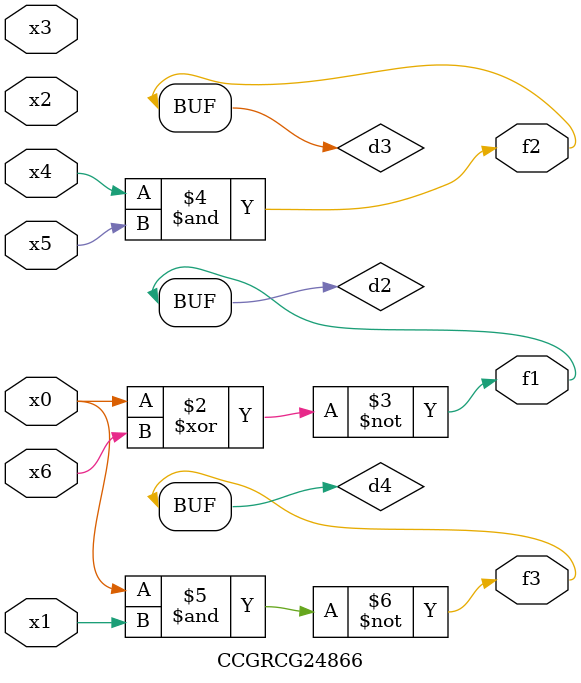
<source format=v>
module CCGRCG24866(
	input x0, x1, x2, x3, x4, x5, x6,
	output f1, f2, f3
);

	wire d1, d2, d3, d4;

	nor (d1, x0);
	xnor (d2, x0, x6);
	and (d3, x4, x5);
	nand (d4, x0, x1);
	assign f1 = d2;
	assign f2 = d3;
	assign f3 = d4;
endmodule

</source>
